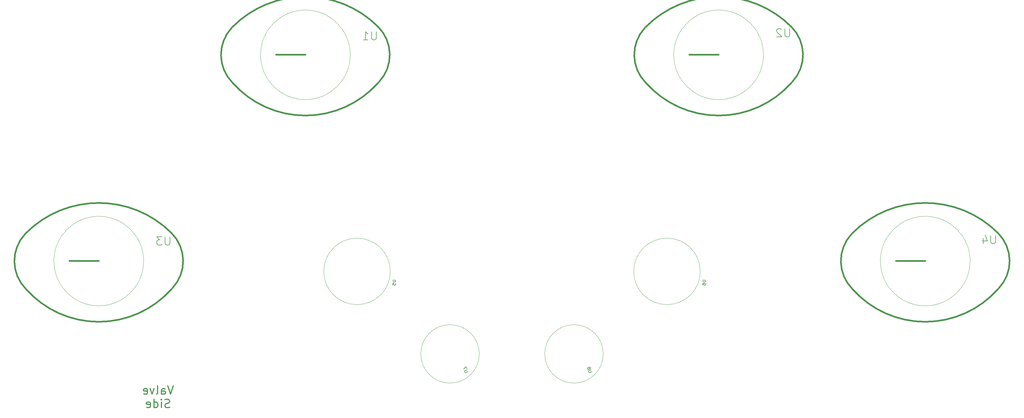
<source format=gbr>
G04 #@! TF.GenerationSoftware,KiCad,Pcbnew,(5.1.6)-1*
G04 #@! TF.CreationDate,2020-09-30T13:51:41+01:00*
G04 #@! TF.ProjectId,KIT88A,4b495438-3841-42e6-9b69-6361645f7063,rev?*
G04 #@! TF.SameCoordinates,Original*
G04 #@! TF.FileFunction,Legend,Bot*
G04 #@! TF.FilePolarity,Positive*
%FSLAX46Y46*%
G04 Gerber Fmt 4.6, Leading zero omitted, Abs format (unit mm)*
G04 Created by KiCad (PCBNEW (5.1.6)-1) date 2020-09-30 13:51:41*
%MOMM*%
%LPD*%
G01*
G04 APERTURE LIST*
%ADD10C,0.300000*%
%ADD11C,0.120000*%
%ADD12C,0.500000*%
%ADD13C,0.150000*%
G04 APERTURE END LIST*
D10*
X70553942Y-228951347D02*
X69707276Y-231491347D01*
X68860609Y-228951347D01*
X66925371Y-231491347D02*
X66925371Y-230160871D01*
X67046323Y-229918966D01*
X67288228Y-229798014D01*
X67772038Y-229798014D01*
X68013942Y-229918966D01*
X66925371Y-231370395D02*
X67167276Y-231491347D01*
X67772038Y-231491347D01*
X68013942Y-231370395D01*
X68134895Y-231128490D01*
X68134895Y-230886585D01*
X68013942Y-230644680D01*
X67772038Y-230523728D01*
X67167276Y-230523728D01*
X66925371Y-230402776D01*
X65352990Y-231491347D02*
X65594895Y-231370395D01*
X65715847Y-231128490D01*
X65715847Y-228951347D01*
X64627276Y-229798014D02*
X64022514Y-231491347D01*
X63417752Y-229798014D01*
X61482514Y-231370395D02*
X61724419Y-231491347D01*
X62208228Y-231491347D01*
X62450133Y-231370395D01*
X62571085Y-231128490D01*
X62571085Y-230160871D01*
X62450133Y-229918966D01*
X62208228Y-229798014D01*
X61724419Y-229798014D01*
X61482514Y-229918966D01*
X61361561Y-230160871D01*
X61361561Y-230402776D01*
X62571085Y-230644680D01*
X69404895Y-235480395D02*
X69042038Y-235601347D01*
X68437276Y-235601347D01*
X68195371Y-235480395D01*
X68074419Y-235359442D01*
X67953466Y-235117538D01*
X67953466Y-234875633D01*
X68074419Y-234633728D01*
X68195371Y-234512776D01*
X68437276Y-234391823D01*
X68921085Y-234270871D01*
X69162990Y-234149919D01*
X69283942Y-234028966D01*
X69404895Y-233787061D01*
X69404895Y-233545157D01*
X69283942Y-233303252D01*
X69162990Y-233182300D01*
X68921085Y-233061347D01*
X68316323Y-233061347D01*
X67953466Y-233182300D01*
X66864895Y-235601347D02*
X66864895Y-233908014D01*
X66864895Y-233061347D02*
X66985847Y-233182300D01*
X66864895Y-233303252D01*
X66743942Y-233182300D01*
X66864895Y-233061347D01*
X66864895Y-233303252D01*
X64566800Y-235601347D02*
X64566800Y-233061347D01*
X64566800Y-235480395D02*
X64808704Y-235601347D01*
X65292514Y-235601347D01*
X65534419Y-235480395D01*
X65655371Y-235359442D01*
X65776323Y-235117538D01*
X65776323Y-234391823D01*
X65655371Y-234149919D01*
X65534419Y-234028966D01*
X65292514Y-233908014D01*
X64808704Y-233908014D01*
X64566800Y-234028966D01*
X62389657Y-235480395D02*
X62631561Y-235601347D01*
X63115371Y-235601347D01*
X63357276Y-235480395D01*
X63478228Y-235238490D01*
X63478228Y-234270871D01*
X63357276Y-234028966D01*
X63115371Y-233908014D01*
X62631561Y-233908014D01*
X62389657Y-234028966D01*
X62268704Y-234270871D01*
X62268704Y-234512776D01*
X63478228Y-234754680D01*
D11*
X137239067Y-193675000D02*
G75*
G03*
X137239067Y-193675000I-10239067J0D01*
G01*
X164575000Y-219075000D02*
G75*
G03*
X164575000Y-219075000I-9000000J0D01*
G01*
X202675000Y-219075000D02*
G75*
G03*
X202675000Y-219075000I-9000000J0D01*
G01*
X232489067Y-193675000D02*
G75*
G03*
X232489067Y-193675000I-10239067J0D01*
G01*
D12*
X238125000Y-127000000D02*
X229125000Y-127000000D01*
D11*
X251913582Y-127000000D02*
G75*
G03*
X251913582Y-127000000I-13788582J0D01*
G01*
D12*
X260476999Y-118364001D02*
G75*
G03*
X215773001Y-118364001I-22351999J-22351999D01*
G01*
X215515386Y-118629540D02*
G75*
G03*
X215773001Y-135635999I8893614J-8370460D01*
G01*
X260744001Y-135360474D02*
G75*
G03*
X260476999Y-118364001I-8903001J8360474D01*
G01*
X215773001Y-135635999D02*
G75*
G03*
X260476999Y-135635999I22351999J19811999D01*
G01*
X301625000Y-190500000D02*
X292625000Y-190500000D01*
D11*
X315413582Y-190500000D02*
G75*
G03*
X315413582Y-190500000I-13788582J0D01*
G01*
D12*
X323976999Y-181864001D02*
G75*
G03*
X279273001Y-181864001I-22351999J-22351999D01*
G01*
X279015386Y-182129540D02*
G75*
G03*
X279273001Y-199135999I8893614J-8370460D01*
G01*
X324244001Y-198860474D02*
G75*
G03*
X323976999Y-181864001I-8903001J8360474D01*
G01*
X279273001Y-199135999D02*
G75*
G03*
X323976999Y-199135999I22351999J19811999D01*
G01*
X111125000Y-127000000D02*
X102125000Y-127000000D01*
D11*
X124913582Y-127000000D02*
G75*
G03*
X124913582Y-127000000I-13788582J0D01*
G01*
D12*
X133476999Y-118364001D02*
G75*
G03*
X88773001Y-118364001I-22351999J-22351999D01*
G01*
X88515386Y-118629540D02*
G75*
G03*
X88773001Y-135635999I8893614J-8370460D01*
G01*
X133744001Y-135360474D02*
G75*
G03*
X133476999Y-118364001I-8903001J8360474D01*
G01*
X88773001Y-135635999D02*
G75*
G03*
X133476999Y-135635999I22351999J19811999D01*
G01*
X47625000Y-190500000D02*
X38625000Y-190500000D01*
D11*
X61413582Y-190500000D02*
G75*
G03*
X61413582Y-190500000I-13788582J0D01*
G01*
D12*
X69976999Y-181864001D02*
G75*
G03*
X25273001Y-181864001I-22351999J-22351999D01*
G01*
X25015386Y-182129540D02*
G75*
G03*
X25273001Y-199135999I8893614J-8370460D01*
G01*
X70244001Y-198860474D02*
G75*
G03*
X69976999Y-181864001I-8903001J8360474D01*
G01*
X25273001Y-199135999D02*
G75*
G03*
X69976999Y-199135999I22351999J19811999D01*
G01*
D13*
X137882380Y-196363095D02*
X138691904Y-196363095D01*
X138787142Y-196410714D01*
X138834761Y-196458333D01*
X138882380Y-196553571D01*
X138882380Y-196744047D01*
X138834761Y-196839285D01*
X138787142Y-196886904D01*
X138691904Y-196934523D01*
X137882380Y-196934523D01*
X137882380Y-197886904D02*
X137882380Y-197410714D01*
X138358571Y-197363095D01*
X138310952Y-197410714D01*
X138263333Y-197505952D01*
X138263333Y-197744047D01*
X138310952Y-197839285D01*
X138358571Y-197886904D01*
X138453809Y-197934523D01*
X138691904Y-197934523D01*
X138787142Y-197886904D01*
X138834761Y-197839285D01*
X138882380Y-197744047D01*
X138882380Y-197505952D01*
X138834761Y-197410714D01*
X138787142Y-197363095D01*
X161101957Y-224512401D02*
X160351379Y-224815654D01*
X160245238Y-224807179D01*
X160183248Y-224780866D01*
X160103419Y-224710401D01*
X160032065Y-224533794D01*
X160040540Y-224427653D01*
X160066853Y-224365663D01*
X160137318Y-224285834D01*
X160887896Y-223982581D01*
X160745188Y-223629368D02*
X160495451Y-223011246D01*
X159728813Y-223783217D01*
X199201957Y-224512401D02*
X198451379Y-224815654D01*
X198345238Y-224807179D01*
X198283248Y-224780866D01*
X198203419Y-224710401D01*
X198132065Y-224533794D01*
X198140540Y-224427653D01*
X198166853Y-224365663D01*
X198237318Y-224285834D01*
X198987896Y-223982581D01*
X198358632Y-223569156D02*
X198438460Y-223639621D01*
X198500450Y-223665934D01*
X198606592Y-223674409D01*
X198650744Y-223656570D01*
X198721208Y-223576742D01*
X198747522Y-223514752D01*
X198755996Y-223408610D01*
X198684643Y-223232004D01*
X198604814Y-223161539D01*
X198542824Y-223135226D01*
X198436683Y-223126751D01*
X198392531Y-223144589D01*
X198322066Y-223224418D01*
X198295753Y-223286408D01*
X198287278Y-223392550D01*
X198358632Y-223569156D01*
X198350157Y-223675298D01*
X198323844Y-223737288D01*
X198253379Y-223817116D01*
X198076773Y-223888470D01*
X197970631Y-223879995D01*
X197908641Y-223853682D01*
X197828813Y-223783217D01*
X197757459Y-223606610D01*
X197765934Y-223500469D01*
X197792247Y-223438479D01*
X197862712Y-223358650D01*
X198039318Y-223287297D01*
X198145460Y-223295772D01*
X198207450Y-223322085D01*
X198287278Y-223392550D01*
X233132380Y-196363095D02*
X233941904Y-196363095D01*
X234037142Y-196410714D01*
X234084761Y-196458333D01*
X234132380Y-196553571D01*
X234132380Y-196744047D01*
X234084761Y-196839285D01*
X234037142Y-196886904D01*
X233941904Y-196934523D01*
X233132380Y-196934523D01*
X233132380Y-197839285D02*
X233132380Y-197648809D01*
X233180000Y-197553571D01*
X233227619Y-197505952D01*
X233370476Y-197410714D01*
X233560952Y-197363095D01*
X233941904Y-197363095D01*
X234037142Y-197410714D01*
X234084761Y-197458333D01*
X234132380Y-197553571D01*
X234132380Y-197744047D01*
X234084761Y-197839285D01*
X234037142Y-197886904D01*
X233941904Y-197934523D01*
X233703809Y-197934523D01*
X233608571Y-197886904D01*
X233560952Y-197839285D01*
X233513333Y-197744047D01*
X233513333Y-197553571D01*
X233560952Y-197458333D01*
X233608571Y-197410714D01*
X233703809Y-197363095D01*
X259961138Y-118954247D02*
X259961138Y-121010438D01*
X259840185Y-121252342D01*
X259719233Y-121373295D01*
X259477328Y-121494247D01*
X258993519Y-121494247D01*
X258751614Y-121373295D01*
X258630661Y-121252342D01*
X258509709Y-121010438D01*
X258509709Y-118954247D01*
X257421138Y-119196152D02*
X257300185Y-119075200D01*
X257058280Y-118954247D01*
X256453519Y-118954247D01*
X256211614Y-119075200D01*
X256090661Y-119196152D01*
X255969709Y-119438057D01*
X255969709Y-119679961D01*
X256090661Y-120042819D01*
X257542090Y-121494247D01*
X255969709Y-121494247D01*
X323219838Y-182581247D02*
X323219838Y-184637438D01*
X323098885Y-184879342D01*
X322977933Y-185000295D01*
X322736028Y-185121247D01*
X322252219Y-185121247D01*
X322010314Y-185000295D01*
X321889361Y-184879342D01*
X321768409Y-184637438D01*
X321768409Y-182581247D01*
X319470314Y-183427914D02*
X319470314Y-185121247D01*
X320075076Y-182460295D02*
X320679838Y-184274580D01*
X319107457Y-184274580D01*
X132923038Y-119843247D02*
X132923038Y-121899438D01*
X132802085Y-122141342D01*
X132681133Y-122262295D01*
X132439228Y-122383247D01*
X131955419Y-122383247D01*
X131713514Y-122262295D01*
X131592561Y-122141342D01*
X131471609Y-121899438D01*
X131471609Y-119843247D01*
X128931609Y-122383247D02*
X130383038Y-122383247D01*
X129657323Y-122383247D02*
X129657323Y-119843247D01*
X129899228Y-120206104D01*
X130141133Y-120448009D01*
X130383038Y-120568961D01*
X69473838Y-183025747D02*
X69473838Y-185081938D01*
X69352885Y-185323842D01*
X69231933Y-185444795D01*
X68990028Y-185565747D01*
X68506219Y-185565747D01*
X68264314Y-185444795D01*
X68143361Y-185323842D01*
X68022409Y-185081938D01*
X68022409Y-183025747D01*
X67054790Y-183025747D02*
X65482409Y-183025747D01*
X66329076Y-183993366D01*
X65966219Y-183993366D01*
X65724314Y-184114319D01*
X65603361Y-184235271D01*
X65482409Y-184477176D01*
X65482409Y-185081938D01*
X65603361Y-185323842D01*
X65724314Y-185444795D01*
X65966219Y-185565747D01*
X66691933Y-185565747D01*
X66933838Y-185444795D01*
X67054790Y-185323842D01*
M02*

</source>
